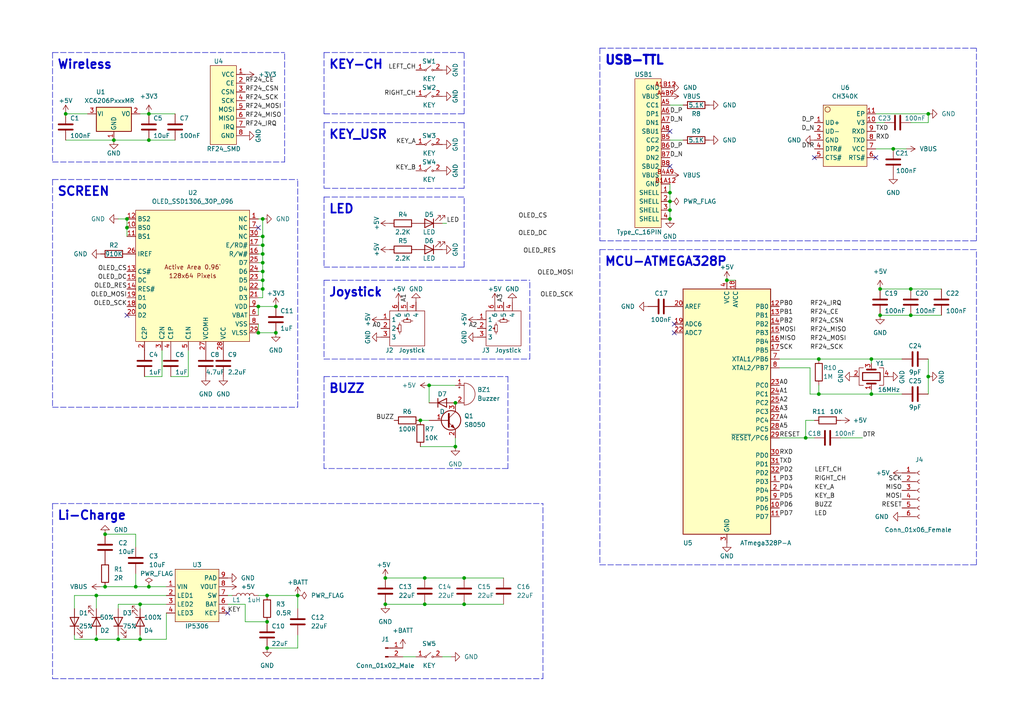
<source format=kicad_sch>
(kicad_sch (version 20211123) (generator eeschema)
  (paper "A4")
  (junction (at 76.2 68.58))
  (junction (at 269.24 109.22))
  (junction (at 264.16 91.44))
  (junction (at 74.93 88.9))
  (junction (at 123.19 167.64))
  (junction (at 76.2 73.66))
  (junction (at 36.83 66.04))
  (junction (at 123.19 175.26))
  (junction (at 194.31 63.5))
  (junction (at 237.49 104.14))
  (junction (at 121.92 121.92))
  (junction (at 76.2 76.2))
  (junction (at 134.62 175.26))
  (junction (at 237.49 114.3))
  (junction (at 132.08 129.54))
  (junction (at 76.2 71.12))
  (junction (at 40.64 175.26))
  (junction (at 210.82 81.28))
  (junction (at 34.29 185.42))
  (junction (at 194.31 55.88))
  (junction (at 43.18 170.18))
  (junction (at 39.37 170.18))
  (junction (at 30.48 154.94))
  (junction (at 43.18 33.02))
  (junction (at 77.47 180.34))
  (junction (at 124.46 111.76))
  (junction (at 76.2 78.74))
  (junction (at 33.02 40.64))
  (junction (at 252.73 114.3))
  (junction (at 36.83 63.5))
  (junction (at 27.94 185.42))
  (junction (at 255.27 91.44))
  (junction (at 27.94 172.72))
  (junction (at 77.47 172.72))
  (junction (at 132.08 116.84))
  (junction (at 259.08 43.18))
  (junction (at 134.62 167.64))
  (junction (at 76.2 81.28))
  (junction (at 30.48 170.18))
  (junction (at 43.18 40.64))
  (junction (at 77.47 187.96))
  (junction (at 269.24 33.02))
  (junction (at 252.73 104.14))
  (junction (at 264.16 83.82))
  (junction (at 80.01 88.9))
  (junction (at 40.64 185.42))
  (junction (at 74.93 96.52))
  (junction (at 111.76 167.64))
  (junction (at 233.68 127))
  (junction (at 194.31 58.42))
  (junction (at 76.2 63.5))
  (junction (at 111.76 175.26))
  (junction (at 86.36 172.72))
  (junction (at 76.2 83.82))
  (junction (at 19.05 33.02))
  (junction (at 194.31 60.96))
  (junction (at 255.27 83.82))
  (junction (at 80.01 96.52))
  (no_connect (at 194.31 38.1))
  (no_connect (at 36.83 91.44))
  (no_connect (at 74.93 66.04))
  (no_connect (at 66.04 177.8))
  (no_connect (at 194.31 48.26))
  (no_connect (at 254 45.72))
  (no_connect (at 236.22 45.72))
  (no_connect (at 195.58 93.98))
  (no_connect (at 195.58 96.52))
  (wire (pts (xy 264.16 91.44) (xy 273.05 91.44)))
  (wire (pts (xy 48.26 172.72) (xy 27.94 172.72)))
  (wire (pts (xy 33.02 40.64) (xy 43.18 40.64)))
  (wire (pts (xy 43.18 170.18) (xy 48.26 170.18)))
  (polyline (pts (xy 134.62 33.02) (xy 134.62 15.24)))
  (wire (pts (xy 74.93 63.5) (xy 76.2 63.5)))
  (wire (pts (xy 76.2 83.82) (xy 76.2 86.36)))
  (wire (pts (xy 30.48 170.18) (xy 39.37 170.18)))
  (wire (pts (xy 71.12 180.34) (xy 77.47 180.34)))
  (wire (pts (xy 76.2 73.66) (xy 74.93 73.66)))
  (polyline (pts (xy 173.99 13.97) (xy 173.99 69.85)))
  (wire (pts (xy 130.81 190.5) (xy 128.27 190.5)))
  (wire (pts (xy 269.24 35.56) (xy 269.24 33.02)))
  (wire (pts (xy 123.19 167.64) (xy 134.62 167.64)))
  (wire (pts (xy 66.04 175.26) (xy 71.12 175.26)))
  (wire (pts (xy 76.2 73.66) (xy 76.2 76.2)))
  (wire (pts (xy 269.24 109.22) (xy 269.24 114.3)))
  (wire (pts (xy 233.68 121.92) (xy 233.68 127)))
  (wire (pts (xy 39.37 154.94) (xy 39.37 158.75)))
  (polyline (pts (xy 15.24 15.24) (xy 82.55 15.24)))
  (polyline (pts (xy 93.98 57.15) (xy 93.98 77.47)))
  (wire (pts (xy 76.2 76.2) (xy 74.93 76.2)))
  (wire (pts (xy 234.95 106.68) (xy 234.95 114.3)))
  (wire (pts (xy 40.64 33.02) (xy 43.18 33.02)))
  (polyline (pts (xy 93.98 77.47) (xy 134.62 77.47)))
  (wire (pts (xy 21.59 185.42) (xy 21.59 184.15)))
  (wire (pts (xy 134.62 175.26) (xy 146.05 175.26)))
  (wire (pts (xy 74.93 93.98) (xy 74.93 96.52)))
  (wire (pts (xy 233.68 127) (xy 236.22 127)))
  (wire (pts (xy 252.73 114.3) (xy 252.73 113.03)))
  (wire (pts (xy 76.2 63.5) (xy 76.2 68.58)))
  (wire (pts (xy 40.64 185.42) (xy 40.64 184.15)))
  (wire (pts (xy 120.65 190.5) (xy 116.84 190.5)))
  (wire (pts (xy 39.37 170.18) (xy 43.18 170.18)))
  (wire (pts (xy 123.19 175.26) (xy 134.62 175.26)))
  (wire (pts (xy 86.36 187.96) (xy 77.47 187.96)))
  (wire (pts (xy 33.02 40.64) (xy 19.05 40.64)))
  (polyline (pts (xy 93.98 35.56) (xy 134.62 35.56)))
  (polyline (pts (xy 15.24 146.05) (xy 157.48 146.05)))
  (wire (pts (xy 259.08 43.18) (xy 254 43.18)))
  (wire (pts (xy 76.2 71.12) (xy 76.2 73.66)))
  (wire (pts (xy 254 35.56) (xy 256.54 35.56)))
  (wire (pts (xy 40.64 175.26) (xy 40.64 176.53)))
  (wire (pts (xy 226.06 104.14) (xy 237.49 104.14)))
  (polyline (pts (xy 147.32 135.89) (xy 93.98 135.89)))
  (wire (pts (xy 21.59 172.72) (xy 27.94 172.72)))
  (wire (pts (xy 40.64 175.26) (xy 34.29 175.26)))
  (polyline (pts (xy 173.99 72.39) (xy 173.99 163.83)))
  (wire (pts (xy 76.2 78.74) (xy 74.93 78.74)))
  (polyline (pts (xy 15.24 15.24) (xy 15.24 46.99)))
  (polyline (pts (xy 153.67 104.14) (xy 153.67 81.28)))
  (wire (pts (xy 71.12 180.34) (xy 71.12 175.26)))
  (wire (pts (xy 124.46 111.76) (xy 132.08 111.76)))
  (wire (pts (xy 74.93 88.9) (xy 80.01 88.9)))
  (polyline (pts (xy 283.21 69.85) (xy 283.21 13.97)))
  (wire (pts (xy 76.2 76.2) (xy 76.2 78.74)))
  (polyline (pts (xy 134.62 54.61) (xy 93.98 54.61)))
  (wire (pts (xy 194.31 60.96) (xy 194.31 63.5)))
  (wire (pts (xy 34.29 185.42) (xy 40.64 185.42)))
  (wire (pts (xy 34.29 175.26) (xy 34.29 176.53)))
  (wire (pts (xy 111.76 167.64) (xy 123.19 167.64)))
  (wire (pts (xy 234.95 114.3) (xy 237.49 114.3)))
  (polyline (pts (xy 93.98 57.15) (xy 134.62 57.15)))
  (wire (pts (xy 255.27 83.82) (xy 264.16 83.82)))
  (wire (pts (xy 264.16 35.56) (xy 269.24 35.56)))
  (wire (pts (xy 226.06 106.68) (xy 234.95 106.68)))
  (polyline (pts (xy 93.98 33.02) (xy 134.62 33.02)))
  (wire (pts (xy 86.36 172.72) (xy 86.36 176.53)))
  (wire (pts (xy 198.12 30.48) (xy 194.31 30.48)))
  (wire (pts (xy 76.2 68.58) (xy 76.2 71.12)))
  (wire (pts (xy 36.83 63.5) (xy 36.83 66.04)))
  (polyline (pts (xy 93.98 104.14) (xy 153.67 104.14)))
  (wire (pts (xy 76.2 71.12) (xy 74.93 71.12)))
  (wire (pts (xy 111.76 175.26) (xy 123.19 175.26)))
  (wire (pts (xy 194.31 53.34) (xy 194.31 55.88)))
  (polyline (pts (xy 93.98 15.24) (xy 134.62 15.24)))
  (polyline (pts (xy 15.24 118.11) (xy 86.36 118.11)))
  (wire (pts (xy 76.2 81.28) (xy 74.93 81.28)))
  (wire (pts (xy 49.53 109.22) (xy 54.61 109.22)))
  (wire (pts (xy 30.48 154.94) (xy 39.37 154.94)))
  (wire (pts (xy 132.08 127) (xy 132.08 129.54)))
  (wire (pts (xy 237.49 111.76) (xy 237.49 114.3)))
  (wire (pts (xy 264.16 83.82) (xy 273.05 83.82)))
  (polyline (pts (xy 173.99 72.39) (xy 283.21 72.39)))
  (wire (pts (xy 237.49 114.3) (xy 252.73 114.3)))
  (wire (pts (xy 76.2 81.28) (xy 76.2 83.82)))
  (polyline (pts (xy 173.99 69.85) (xy 283.21 69.85)))
  (polyline (pts (xy 134.62 77.47) (xy 134.62 57.15)))
  (polyline (pts (xy 93.98 15.24) (xy 93.98 33.02)))
  (wire (pts (xy 48.26 175.26) (xy 40.64 175.26)))
  (wire (pts (xy 21.59 176.53) (xy 21.59 172.72)))
  (polyline (pts (xy 15.24 46.99) (xy 82.55 46.99)))
  (wire (pts (xy 198.12 40.64) (xy 194.31 40.64)))
  (polyline (pts (xy 93.98 109.22) (xy 93.98 135.89)))
  (wire (pts (xy 67.31 172.72) (xy 66.04 172.72)))
  (polyline (pts (xy 173.99 13.97) (xy 283.21 13.97)))
  (wire (pts (xy 43.18 33.02) (xy 50.8 33.02)))
  (wire (pts (xy 39.37 166.37) (xy 39.37 170.18)))
  (wire (pts (xy 226.06 127) (xy 233.68 127)))
  (wire (pts (xy 77.47 172.72) (xy 86.36 172.72)))
  (polyline (pts (xy 173.99 163.83) (xy 283.21 163.83)))
  (polyline (pts (xy 93.98 81.28) (xy 153.67 81.28)))
  (polyline (pts (xy 134.62 35.56) (xy 134.62 54.61)))
  (wire (pts (xy 36.83 66.04) (xy 36.83 68.58)))
  (wire (pts (xy 237.49 104.14) (xy 252.73 104.14)))
  (wire (pts (xy 34.29 63.5) (xy 36.83 63.5)))
  (wire (pts (xy 19.05 33.02) (xy 25.4 33.02)))
  (wire (pts (xy 76.2 78.74) (xy 76.2 81.28)))
  (wire (pts (xy 76.2 83.82) (xy 74.93 83.82)))
  (wire (pts (xy 194.31 58.42) (xy 194.31 60.96)))
  (polyline (pts (xy 82.55 46.99) (xy 82.55 15.24)))
  (wire (pts (xy 76.2 68.58) (xy 74.93 68.58)))
  (polyline (pts (xy 93.98 81.28) (xy 93.98 104.14)))
  (wire (pts (xy 21.59 185.42) (xy 27.94 185.42)))
  (wire (pts (xy 43.18 40.64) (xy 50.8 40.64)))
  (polyline (pts (xy 147.32 109.22) (xy 147.32 135.89)))
  (wire (pts (xy 40.64 185.42) (xy 48.26 185.42)))
  (wire (pts (xy 74.93 172.72) (xy 77.47 172.72)))
  (polyline (pts (xy 93.98 35.56) (xy 93.98 54.61)))
  (wire (pts (xy 261.62 104.14) (xy 252.73 104.14)))
  (polyline (pts (xy 15.24 52.07) (xy 86.36 52.07)))
  (wire (pts (xy 269.24 104.14) (xy 269.24 109.22)))
  (wire (pts (xy 76.2 86.36) (xy 74.93 86.36)))
  (wire (pts (xy 121.92 129.54) (xy 132.08 129.54)))
  (polyline (pts (xy 86.36 118.11) (xy 86.36 52.07)))
  (wire (pts (xy 27.94 185.42) (xy 34.29 185.42)))
  (wire (pts (xy 252.73 104.14) (xy 252.73 105.41)))
  (wire (pts (xy 29.21 170.18) (xy 30.48 170.18)))
  (wire (pts (xy 34.29 185.42) (xy 34.29 184.15)))
  (wire (pts (xy 27.94 172.72) (xy 27.94 176.53)))
  (wire (pts (xy 121.92 121.92) (xy 124.46 121.92)))
  (wire (pts (xy 41.91 109.22) (xy 46.99 109.22)))
  (wire (pts (xy 255.27 91.44) (xy 264.16 91.44)))
  (wire (pts (xy 54.61 109.22) (xy 54.61 101.6)))
  (wire (pts (xy 269.24 33.02) (xy 254 33.02)))
  (wire (pts (xy 243.84 127) (xy 250.19 127)))
  (wire (pts (xy 74.93 96.52) (xy 80.01 96.52)))
  (wire (pts (xy 86.36 184.15) (xy 86.36 187.96)))
  (polyline (pts (xy 15.24 52.07) (xy 15.24 118.11)))
  (wire (pts (xy 46.99 109.22) (xy 46.99 101.6)))
  (polyline (pts (xy 15.24 146.05) (xy 15.24 196.85)))
  (wire (pts (xy 134.62 167.64) (xy 146.05 167.64)))
  (wire (pts (xy 27.94 185.42) (xy 27.94 184.15)))
  (wire (pts (xy 236.22 121.92) (xy 233.68 121.92)))
  (polyline (pts (xy 283.21 163.83) (xy 283.21 72.39)))
  (wire (pts (xy 210.82 81.28) (xy 213.36 81.28)))
  (wire (pts (xy 124.46 111.76) (xy 124.46 116.84)))
  (polyline (pts (xy 15.24 196.85) (xy 157.48 196.85)))
  (polyline (pts (xy 93.98 109.22) (xy 147.32 109.22)))
  (wire (pts (xy 261.62 114.3) (xy 252.73 114.3)))
  (wire (pts (xy 48.26 185.42) (xy 48.26 177.8)))
  (wire (pts (xy 194.31 55.88) (xy 194.31 58.42)))
  (wire (pts (xy 262.89 43.18) (xy 259.08 43.18)))
  (wire (pts (xy 74.93 91.44) (xy 74.93 88.9)))
  (wire (pts (xy 129.54 64.77) (xy 128.27 64.77)))
  (polyline (pts (xy 157.48 196.85) (xy 157.48 146.05)))
  (text "MCU-ATMEGA328P" (at 175.26 77.47 0) (effects (font (size 2.54 2.54) (thickness 0.508) bold) (justify left bottom)))
  (text "USB-TTL" (at 175.26 19.05 0) (effects (font (size 2.54 2.54) (thickness 5.08) bold) (justify left bottom)))
  (text "Joystick" (at 95.25 86.36 0) (effects (font (size 2.54 2.54) (thickness 0.508) bold) (justify left bottom)))
  (text "Li-Charge" (at 16.51 151.13 0) (effects (font (size 2.54 2.54) (thickness 0.508) bold) (justify left bottom)))
  (text "KEY_USR" (at 95.25 40.64 0) (effects (font (size 2.54 2.54) (thickness 0.508) bold) (justify left bottom)))
  (text "KEY-CH" (at 95.25 20.32 0) (effects (font (size 2.54 2.54) (thickness 0.508) bold) (justify left bottom)))
  (text "LED" (at 95.25 62.23 0) (effects (font (size 2.54 2.54) (thickness 0.508) bold) (justify left bottom)))
  (text "SCREEN" (at 16.51 57.15 0) (effects (font (size 2.54 2.54) (thickness 0.508) bold) (justify left bottom)))
  (text "BUZZ" (at 95.25 114.3 0) (effects (font (size 2.54 2.54) (thickness 0.508) bold) (justify left bottom)))
  (text "Wireless" (at 16.51 20.32 0) (effects (font (size 2.54 2.54) (thickness 0.508) bold) (justify left bottom)))
  (label "OLED_DC" (at 158.75 68.58 180))
  (label "D_P" (at 194.31 43.18 0))
  (label "RESET" (at 261.62 147.32 180))
  (label "D_P" (at 194.31 33.02 0))
  (label "TXD" (at 226.06 134.62 0))
  (label "A3" (at 226.06 119.38 0))
  (label "A0" (at 226.06 111.76 0))
  (label "OLED_MOSI" (at 166.37 80.01 180))
  (label "LEFT_CH" (at 120.65 20.32 180))
  (label "PD6" (at 226.06 147.32 0))
  (label "RF24_IRQ" (at 71.12 36.83 0))
  (label "PB0" (at 226.06 88.9 0))
  (label "OLED_RES" (at 36.83 83.82 180))
  (label "TXD" (at 254 38.1 0))
  (label "BUZZ" (at 114.3 121.92 180))
  (label "OLED_CS" (at 158.75 63.5 180))
  (label "OLED_MOSI" (at 36.83 86.36 180))
  (label "D_N" (at 194.31 35.56 0))
  (label "PD5" (at 226.06 144.78 0))
  (label "RIGHT_CH" (at 236.22 139.7 0))
  (label "A1" (at 226.06 114.3 0))
  (label "RF24_IRQ" (at 234.95 88.9 0))
  (label "PD3" (at 226.06 139.7 0))
  (label "RF24_MISO" (at 71.12 34.29 0))
  (label "RESET" (at 226.06 127 0))
  (label "KEY_A" (at 236.22 142.24 0))
  (label "RF24_MOSI" (at 71.12 31.75 0))
  (label "MISO" (at 226.06 99.06 0))
  (label "OLED_SCK" (at 36.83 88.9 180))
  (label "SCK" (at 226.06 101.6 0))
  (label "RF24_SCK" (at 71.12 29.21 0))
  (label "RF24_CE" (at 71.12 24.13 0))
  (label "A1" (at 118.11 87.63 90))
  (label "A0" (at 110.49 95.25 180))
  (label "RF24_CSN" (at 234.95 93.98 0))
  (label "DTR" (at 236.22 43.18 180))
  (label "OLED_RES" (at 161.29 73.66 180))
  (label "MISO" (at 261.62 142.24 180))
  (label "OLED_SCK" (at 166.37 86.36 180))
  (label "D_N" (at 194.31 45.72 0))
  (label "A2" (at 138.43 95.25 180))
  (label "KEY" (at 66.04 177.8 0))
  (label "KEY_B" (at 236.22 144.78 0))
  (label "LEFT_CH" (at 236.22 137.16 0))
  (label "D_P" (at 236.22 35.56 180))
  (label "BUZZ" (at 236.22 147.32 0))
  (label "RXD" (at 254 40.64 0))
  (label "PD7" (at 226.06 149.86 0))
  (label "A3" (at 146.05 87.63 90))
  (label "DTR" (at 250.19 127 0))
  (label "RF24_MOSI" (at 234.95 99.06 0))
  (label "D_N" (at 236.22 38.1 180))
  (label "A2" (at 226.06 116.84 0))
  (label "RF24_CSN" (at 71.12 26.67 0))
  (label "SCK" (at 261.62 139.7 180))
  (label "A4" (at 226.06 121.92 0))
  (label "RIGHT_CH" (at 120.65 27.94 180))
  (label "RXD" (at 226.06 132.08 0))
  (label "MOSI" (at 261.62 144.78 180))
  (label "OLED_DC" (at 36.83 81.28 180))
  (label "KEY_B" (at 120.65 49.53 180))
  (label "KEY_A" (at 120.65 41.91 180))
  (label "PB2" (at 226.06 93.98 0))
  (label "RF24_CE" (at 234.95 91.44 0))
  (label "RF24_SCK" (at 234.95 101.6 0))
  (label "PB1" (at 226.06 91.44 0))
  (label "LED" (at 129.54 64.77 0))
  (label "A5" (at 226.06 124.46 0))
  (label "RF24_MISO" (at 234.95 96.52 0))
  (label "PD4" (at 226.06 142.24 0))
  (label "PD2" (at 226.06 137.16 0))
  (label "LED" (at 236.22 149.86 0))
  (label "OLED_CS" (at 36.83 78.74 180))
  (label "MOSI" (at 226.06 96.52 0))
  (symbol (lib_id "Del_Schlib:KEY") (at 123.19 49.53 0) (unit 1)
    (property "Reference" "SW4" (at 124.46 46.99 0))
    (property "Value" "KEY" (at 124.46 52.07 0))
    (property "Footprint" "ADel:BUTTON_SWITCH_4x4" (effects hide))
  )
  (symbol (lib_id "power:GND") (at 269.24 33.02 90) (unit 1)
    (property "Reference" "#PWR059" (effects hide))
    (property "Value" "GND" (at 273.05 33.02 90) (effects (justify right)))
  )
  (symbol (lib_id "Device:D") (at 128.27 116.84 0) (unit 1)
    (property "Reference" "D7" (at 128.27 114.3 0))
    (property "Value" "D" (at 128.27 119.38 0))
    (property "Footprint" "Diode_SMD:D_SOD-123" (effects hide))
  )
  (symbol (lib_id "power:GND") (at 269.24 109.22 90) (unit 1)
    (property "Reference" "#PWR060" (effects hide))
    (property "Value" "GND" (at 273.05 107.315 0) (effects (justify right)))
  )
  (symbol (lib_id "power:+5V") (at 110.49 92.71 90) (unit 1)
    (property "Reference" "#PWR019" (effects hide))
    (property "Value" "+5V" (at 106.68 92.71 0))
  )
  (symbol (lib_id "power:PWR_FLAG") (at 43.18 170.18 0) (unit 1)
    (property "Reference" "#FLG01" (effects hide))
    (property "Value" "PWR_FLAG" (at 40.64 166.37 0) (effects (justify left)))
  )
  (symbol (lib_id "power:GND") (at 128.27 27.94 90) (unit 1)
    (property "Reference" "#PWR030" (effects hide))
    (property "Value" "GND" (at 132.08 27.94 0))
  )
  (symbol (lib_id "Device:LED") (at 40.64 180.34 270) (unit 1)
    (property "Reference" "D4" (at 44.45 182.88 90) (effects (justify right)))
    (property "Value" "100%" (at 46.99 179.07 90) (effects (justify right)))
    (property "Footprint" "LED_SMD:LED_0603_1608Metric_Pad1.05x0.95mm_HandSolder" (effects hide))
  )
  (symbol (lib_id "Del_Schlib:KEY") (at 123.19 190.5 0) (unit 1)
    (property "Reference" "SW5" (at 124.46 186.69 0))
    (property "Value" "KEY" (at 124.46 193.04 0))
    (property "Footprint" "ADel:SELFLOCK_SWITCH" (effects hide))
  )
  (symbol (lib_id "power:PWR_FLAG") (at 86.36 172.72 270) (unit 1)
    (property "Reference" "#FLG02" (effects hide))
    (property "Value" "PWR_FLAG" (at 90.17 172.7199 90) (effects (justify left)))
  )
  (symbol (lib_id "power:PWR_FLAG") (at 194.31 58.42 270) (unit 1)
    (property "Reference" "#FLG03" (effects hide))
    (property "Value" "PWR_FLAG" (at 198.12 58.4199 90) (effects (justify left)))
  )
  (symbol (lib_id "power:GND") (at 110.49 97.79 270) (unit 1)
    (property "Reference" "#PWR020" (effects hide))
    (property "Value" "GND" (at 106.68 97.79 0))
  )
  (symbol (lib_id "power:GND") (at 194.31 25.4 90) (unit 1)
    (property "Reference" "#PWR041" (effects hide))
    (property "Value" "GND" (at 198.12 25.3999 90) (effects (justify right)))
  )
  (symbol (lib_id "power:GND") (at 148.59 87.63 180) (unit 1)
    (property "Reference" "#PWR039" (effects hide))
    (property "Value" "GND" (at 148.59 83.82 0))
  )
  (symbol (lib_id "Device:C") (at 39.37 162.56 0) (unit 1)
    (property "Reference" "C3" (at 43.18 161.2899 0) (effects (justify left)))
    (property "Value" "10uF" (at 43.18 163.8299 0) (effects (justify left)))
    (property "Footprint" "Capacitor_SMD:C_0603_1608Metric_Pad1.08x0.95mm_HandSolder" (effects hide))
  )
  (symbol (lib_id "power:GND") (at 34.29 63.5 270) (unit 1)
    (property "Reference" "#PWR06" (effects hide))
    (property "Value" "GND" (at 30.48 63.4999 90) (effects (justify right)))
  )
  (symbol (lib_id "power:GND") (at 205.74 30.48 90) (unit 1)
    (property "Reference" "#PWR045" (effects hide))
    (property "Value" "GND" (at 209.55 30.4799 90) (effects (justify right)))
  )
  (symbol (lib_id "power:+5V") (at 255.27 83.82 0) (unit 1)
    (property "Reference" "#PWR050" (effects hide))
    (property "Value" "+5V" (at 255.27 78.74 0))
  )
  (symbol (lib_id "power:GND") (at 255.27 91.44 0) (unit 1)
    (property "Reference" "#PWR051" (effects hide))
    (property "Value" "GND" (at 255.27 96.52 0))
  )
  (symbol (lib_id "MCU_Microchip_ATmega:ATmega328P-A") (at 210.82 119.38 0) (unit 1)
    (property "Reference" "U5" (at 198.12 157.48 0) (effects (justify left)))
    (property "Value" "ATmega328P-A" (at 214.63 157.48 0) (effects (justify left)))
    (property "Footprint" "Package_QFP:TQFP-32_7x7mm_P0.8mm" (effects hide))
    (property "Datasheet" "http://ww1.microchip.com/downloads/en/DeviceDoc/ATmega328_P%20AVR%20MCU%20with%20picoPower%20Technology%20Data%20Sheet%2040001984A.pdf" (effects hide))
  )
  (symbol (lib_id "power:GND") (at 33.02 40.64 0) (unit 1)
    (property "Reference" "#PWR05" (effects hide))
    (property "Value" "GND" (at 33.02 44.45 0))
  )
  (symbol (lib_id "Device:C") (at 77.47 184.15 0) (unit 1)
    (property "Reference" "C10" (at 78.74 181.61 0) (effects (justify left)))
    (property "Value" "22uF" (at 78.74 186.69 0) (effects (justify left)))
    (property "Footprint" "Capacitor_SMD:C_1206_3216Metric" (effects hide))
  )
  (symbol (lib_id "Device:C") (at 30.48 158.75 0) (unit 1)
    (property "Reference" "C2" (at 34.29 157.4799 0) (effects (justify left)))
    (property "Value" "10uF" (at 34.29 160.0199 0) (effects (justify left)))
    (property "Footprint" "Capacitor_SMD:C_0603_1608Metric_Pad1.08x0.95mm_HandSolder" (effects hide))
  )
  (symbol (lib_id "power:+BATT") (at 86.36 172.72 0) (unit 1)
    (property "Reference" "#PWR018" (effects hide))
    (property "Value" "+BATT" (at 86.36 168.91 0))
  )
  (symbol (lib_id "power:GND") (at 111.76 175.26 0) (unit 1)
    (property "Reference" "#PWR022" (effects hide))
    (property "Value" "GND" (at 111.76 180.34 0))
  )
  (symbol (lib_id "Device:R") (at 121.92 125.73 180) (unit 1)
    (property "Reference" "R7" (at 123.19 124.46 0) (effects (justify right)))
    (property "Value" "10K" (at 123.19 127 0) (effects (justify right)))
    (property "Footprint" "Resistor_SMD:R_0603_1608Metric_Pad0.98x0.95mm_HandSolder" (effects hide))
  )
  (symbol (lib_id "power:VBUS") (at 29.21 170.18 90) (unit 1)
    (property "Reference" "#PWR03" (effects hide))
    (property "Value" "VBUS" (at 25.4 170.18 90) (effects (justify left)))
  )
  (symbol (lib_id "power:GND") (at 128.27 72.39 90) (unit 1)
    (property "Reference" "#PWR033" (effects hide))
    (property "Value" "GND" (at 132.08 72.39 0))
  )
  (symbol (lib_id "Device:LED") (at 21.59 180.34 90) (unit 1)
    (property "Reference" "D1" (at 22.86 177.8 90) (effects (justify right)))
    (property "Value" "25%" (at 22.86 181.61 90) (effects (justify right)))
    (property "Footprint" "LED_SMD:LED_0603_1608Metric_Pad1.05x0.95mm_HandSolder" (effects hide))
  )
  (symbol (lib_id "power:GND") (at 128.27 41.91 90) (unit 1)
    (property "Reference" "#PWR031" (effects hide))
    (property "Value" "GND" (at 132.08 41.91 0))
  )
  (symbol (lib_id "Device:C") (at 134.62 171.45 0) (unit 1)
    (property "Reference" "C15" (at 138.43 170.1799 0) (effects (justify left)))
    (property "Value" "22uF" (at 138.43 172.7199 0) (effects (justify left)))
    (property "Footprint" "Capacitor_SMD:C_1206_3216Metric" (effects hide))
  )
  (symbol (lib_id "power:GND") (at 128.27 49.53 90) (unit 1)
    (property "Reference" "#PWR032" (effects hide))
    (property "Value" "GND" (at 132.08 49.53 0))
  )
  (symbol (lib_id "power:+5V") (at 111.76 167.64 0) (unit 1)
    (property "Reference" "#PWR021" (effects hide))
    (property "Value" "+5V" (at 109.22 163.83 0) (effects (justify left)))
  )
  (symbol (lib_id "power:GND") (at 29.21 73.66 270) (unit 1)
    (property "Reference" "#PWR02" (effects hide))
    (property "Value" "GND" (at 25.4 73.6599 90) (effects (justify right)))
  )
  (symbol (lib_id "power:GND") (at 205.74 40.64 90) (unit 1)
    (property "Reference" "#PWR046" (effects hide))
    (property "Value" "GND" (at 209.55 40.6399 90) (effects (justify right)))
  )
  (symbol (lib_id "power:+3.3V") (at 80.01 88.9 0) (unit 1)
    (property "Reference" "#PWR0101" (effects hide))
    (property "Value" "+3.3V" (at 80.01 85.09 0))
  )
  (symbol (lib_id "power:+5V") (at 143.51 87.63 0) (unit 1)
    (property "Reference" "#PWR038" (effects hide))
    (property "Value" "+5V" (at 143.51 83.82 0))
  )
  (symbol (lib_id "Device:R") (at 116.84 72.39 90) (unit 1)
    (property "Reference" "R5" (at 116.84 69.85 90))
    (property "Value" "2.2K" (at 116.84 74.93 90))
    (property "Footprint" "Resistor_SMD:R_0603_1608Metric_Pad0.98x0.95mm_HandSolder" (effects hide))
  )
  (symbol (lib_id "Del_Schlib:Joystick") (at 113.03 90.17 0) (unit 1)
    (property "Reference" "J2" (at 111.76 101.6 0) (effects (justify left)))
    (property "Value" "Joystick" (at 115.57 101.6 0) (effects (justify left)))
    (property "Footprint" "Del:PSP_JOYSTICK" (effects hide))
  )
  (symbol (lib_id "Device:C") (at 64.77 105.41 180) (unit 1)
    (property "Reference" "C9" (at 66.04 102.87 0) (effects (justify right)))
    (property "Value" "2.2uF" (at 66.04 107.95 0) (effects (justify right)))
    (property "Footprint" "Capacitor_SMD:C_0603_1608Metric_Pad1.08x0.95mm_HandSolder" (effects hide))
  )
  (symbol (lib_id "Device:C") (at 59.69 105.41 180) (unit 1)
    (property "Reference" "C8" (at 60.96 102.87 0) (effects (justify right)))
    (property "Value" "4.7uF" (at 59.69 107.95 0) (effects (justify right)))
    (property "Footprint" "Capacitor_SMD:C_0603_1608Metric_Pad1.08x0.95mm_HandSolder" (effects hide))
  )
  (symbol (lib_id "power:+5V") (at 113.03 64.77 90) (unit 1)
    (property "Reference" "#PWR023" (effects hide))
    (property "Value" "+5V" (at 109.22 64.77 0))
  )
  (symbol (lib_id "Device:R") (at 240.03 121.92 90) (unit 1)
    (property "Reference" "R11" (at 237.49 119.38 90))
    (property "Value" "10K" (at 242.57 119.38 90))
    (property "Footprint" "Resistor_SMD:R_0603_1608Metric_Pad0.98x0.95mm_HandSolder" (effects hide))
  )
  (symbol (lib_id "power:GND") (at 120.65 87.63 180) (unit 1)
    (property "Reference" "#PWR027" (effects hide))
    (property "Value" "GND" (at 120.65 83.82 0))
  )
  (symbol (lib_id "power:VBUS") (at 262.89 43.18 270) (unit 1)
    (property "Reference" "#PWR058" (effects hide))
    (property "Value" "VBUS" (at 266.7 43.18 90) (effects (justify left)))
  )
  (symbol (lib_id "Device:C") (at 191.77 88.9 90) (unit 1)
    (property "Reference" "C17" (at 191.77 85.09 90))
    (property "Value" "100nF" (at 191.77 92.71 90))
    (property "Footprint" "Capacitor_SMD:C_0603_1608Metric_Pad1.08x0.95mm_HandSolder" (effects hide))
  )
  (symbol (lib_id "power:GND") (at 80.01 96.52 0) (unit 1)
    (property "Reference" "#PWR017" (effects hide))
    (property "Value" "GND" (at 80.01 101.6 0))
  )
  (symbol (lib_id "power:VBUS") (at 194.31 50.8 270) (unit 1)
    (property "Reference" "#PWR043" (effects hide))
    (property "Value" "VBUS" (at 198.12 50.7999 90) (effects (justify left)))
  )
  (symbol (lib_id "power:GND") (at 132.08 129.54 0) (unit 1)
    (property "Reference" "#PWR035" (effects hide))
    (property "Value" "GND" (at 132.08 134.62 0))
  )
  (symbol (lib_id "Device:Q_NPN_BEC") (at 129.54 121.92 0) (unit 1)
    (property "Reference" "Q1" (at 134.62 120.6499 0) (effects (justify left)))
    (property "Value" "S8050" (at 134.62 123.1899 0) (effects (justify left)))
    (property "Footprint" "Package_TO_SOT_SMD:SOT-23" (effects hide))
  )
  (symbol (lib_id "power:+5V") (at 124.46 111.76 90) (unit 1)
    (property "Reference" "#PWR028" (effects hide))
    (property "Value" "+5V" (at 120.65 111.7599 90) (effects (justify left)))
  )
  (symbol (lib_id "Device:LED") (at 34.29 180.34 90) (unit 1)
    (property "Reference" "D3" (at 35.56 177.8 90) (effects (justify right)))
    (property "Value" "75%" (at 35.56 181.61 90) (effects (justify right)))
    (property "Footprint" "LED_SMD:LED_0603_1608Metric_Pad1.05x0.95mm_HandSolder" (effects hide))
  )
  (symbol (lib_id "Device:C") (at 86.36 180.34 0) (unit 1)
    (property "Reference" "C12" (at 90.17 179.0699 0) (effects (justify left)))
    (property "Value" "22uF" (at 90.17 181.6099 0) (effects (justify left)))
    (property "Footprint" "Capacitor_SMD:C_1206_3216Metric" (effects hide))
  )
  (symbol (lib_id "power:+5V") (at 19.05 33.02 0) (unit 1)
    (property "Reference" "#PWR01" (effects hide))
    (property "Value" "+5V" (at 19.05 29.21 0))
  )
  (symbol (lib_id "power:GND") (at 187.96 88.9 270) (unit 1)
    (property "Reference" "#PWR040" (effects hide))
    (property "Value" "GND" (at 184.15 88.8999 90) (effects (justify right)))
  )
  (symbol (lib_id "power:GND") (at 257.81 109.22 90) (unit 1)
    (property "Reference" "#PWR054" (effects hide))
    (property "Value" "GND" (at 261.62 107.315 0) (effects (justify right)))
  )
  (symbol (lib_id "Device:C") (at 255.27 87.63 0) (unit 1)
    (property "Reference" "C19" (at 256.54 85.09 0) (effects (justify left)))
    (property "Value" "100nF" (at 256.54 90.17 0) (effects (justify left)))
    (property "Footprint" "Capacitor_SMD:C_0603_1608Metric_Pad1.08x0.95mm_HandSolder" (effects hide))
  )
  (symbol (lib_id "Device:C") (at 123.19 171.45 0) (unit 1)
    (property "Reference" "C14" (at 127 170.1799 0) (effects (justify left)))
    (property "Value" "22uF" (at 127 172.7199 0) (effects (justify left)))
    (property "Footprint" "Capacitor_SMD:C_1206_3216Metric" (effects hide))
  )
  (symbol (lib_id "Device:LED") (at 124.46 64.77 180) (unit 1)
    (property "Reference" "D5" (at 124.46 62.23 0))
    (property "Value" "LED" (at 124.46 67.31 0))
    (property "Footprint" "LED_SMD:LED_0603_1608Metric_Pad1.05x0.95mm_HandSolder" (effects hide))
  )
  (symbol (lib_id "power:GND") (at 247.65 109.22 270) (unit 1)
    (property "Reference" "#PWR053" (effects hide))
    (property "Value" "GND" (at 243.84 111.125 0) (effects (justify right)))
  )
  (symbol (lib_id "Del_Schlib:Type_C_16PIN") (at 184.15 22.86 0) (unit 1)
    (property "Reference" "USB1" (at 186.69 21.59 0))
    (property "Value" "Type_C_16PIN" (at 185.42 67.31 0))
    (property "Footprint" "Del:TYPE-C-16PIN_SMD" (effects hide))
  )
  (symbol (lib_id "power:+BATT") (at 116.84 187.96 0) (unit 1)
    (property "Reference" "#PWR026" (effects hide))
    (property "Value" "+BATT" (at 116.84 182.88 0))
  )
  (symbol (lib_id "Device:C") (at 49.53 105.41 180) (unit 1)
    (property "Reference" "C6" (at 50.8 102.87 0) (effects (justify right)))
    (property "Value" "1uF" (at 50.8 107.95 0) (effects (justify right)))
    (property "Footprint" "Capacitor_SMD:C_0603_1608Metric_Pad1.08x0.95mm_HandSolder" (effects hide))
  )
  (symbol (lib_id "Device:C") (at 264.16 87.63 0) (unit 1)
    (property "Reference" "C20" (at 265.43 85.09 0) (effects (justify left)))
    (property "Value" "100nF" (at 265.43 90.17 0) (effects (justify left)))
    (property "Footprint" "Capacitor_SMD:C_0603_1608Metric_Pad1.08x0.95mm_HandSolder" (effects hide))
  )
  (symbol (lib_id "power:GND") (at 194.31 63.5 0) (unit 1)
    (property "Reference" "#PWR044" (effects hide))
    (property "Value" "GND" (at 194.31 68.58 0))
  )
  (symbol (lib_id "Del_Schlib:KEY") (at 123.19 41.91 0) (unit 1)
    (property "Reference" "SW3" (at 124.46 39.37 0))
    (property "Value" "KEY" (at 124.46 44.45 0))
    (property "Footprint" "ADel:BUTTON_SWITCH_4x4" (effects hide))
  )
  (symbol (lib_id "Device:R") (at 30.48 166.37 0) (unit 1)
    (property "Reference" "R1" (at 33.02 165.0999 0) (effects (justify left)))
    (property "Value" "2R" (at 33.02 167.6399 0) (effects (justify left)))
    (property "Footprint" "Resistor_SMD:R_0603_1608Metric_Pad0.98x0.95mm_HandSolder" (effects hide))
  )
  (symbol (lib_id "power:GND") (at 71.12 39.37 90) (unit 1)
    (property "Reference" "#PWR013" (effects hide))
    (property "Value" "GND" (at 74.93 39.37 0))
  )
  (symbol (lib_id "Device:C") (at 111.76 171.45 0) (unit 1)
    (property "Reference" "C13" (at 115.57 170.1799 0) (effects (justify left)))
    (property "Value" "22uF" (at 115.57 172.7199 0) (effects (justify left)))
    (property "Footprint" "Capacitor_SMD:C_1206_3216Metric" (effects hide))
  )
  (symbol (lib_id "power:GND") (at 77.47 187.96 0) (unit 1)
    (property "Reference" "#PWR015" (effects hide))
    (property "Value" "GND" (at 77.47 193.04 0))
  )
  (symbol (lib_id "power:GND") (at 261.62 149.86 270) (unit 1)
    (property "Reference" "#PWR057" (effects hide))
    (property "Value" "GND" (at 257.81 149.86 90) (effects (justify right)))
  )
  (symbol (lib_id "power:+5V") (at 138.43 92.71 90) (unit 1)
    (property "Reference" "#PWR036" (effects hide))
    (property "Value" "+5V" (at 134.62 92.71 0))
  )
  (symbol (lib_id "Device:Buzzer") (at 134.62 114.3 0) (unit 1)
    (property "Reference" "BZ1" (at 138.43 113.0299 0) (effects (justify left)))
    (property "Value" "Buzzer" (at 138.43 115.5699 0) (effects (justify left)))
    (property "Footprint" "ADel:DET402" (effects hide))
  )
  (symbol (lib_id "Device:LED") (at 124.46 72.39 180) (unit 1)
    (property "Reference" "D6" (at 124.46 69.85 0))
    (property "Value" "LED" (at 124.46 74.93 0))
    (property "Footprint" "LED_SMD:LED_0603_1608Metric_Pad1.05x0.95mm_HandSolder" (effects hide))
  )
  (symbol (lib_id "power:+5V") (at 66.04 170.18 270) (unit 1)
    (property "Reference" "#PWR011" (effects hide))
    (property "Value" "+5V" (at 69.85 170.1799 90) (effects (justify left)))
  )
  (symbol (lib_id "Device:C") (at 273.05 87.63 0) (unit 1)
    (property "Reference" "C22" (at 274.32 85.09 0) (effects (justify left)))
    (property "Value" "100nF" (at 274.32 90.17 0) (effects (justify left)))
    (property "Footprint" "Capacitor_SMD:C_0603_1608Metric_Pad1.08x0.95mm_HandSolder" (effects hide))
  )
  (symbol (lib_id "Device:R") (at 118.11 121.92 90) (unit 1)
    (property "Reference" "R6" (at 118.11 119.38 90))
    (property "Value" "100R" (at 118.11 124.46 90))
    (property "Footprint" "Resistor_SMD:R_0603_1608Metric_Pad0.98x0.95mm_HandSolder" (effects hide))
  )
  (symbol (lib_id "power:GND") (at 30.48 154.94 180) (unit 1)
    (property "Reference" "#PWR04" (effects hide))
    (property "Value" "GND" (at 33.02 153.6699 0) (effects (justify right)))
  )
  (symbol (lib_id "power:GND") (at 130.81 190.5 90) (unit 1)
    (property "Reference" "#PWR034" (effects hide))
    (property "Value" "GND" (at 134.62 190.4999 90) (effects (justify right)))
  )
  (symbol (lib_id "Device:L") (at 71.12 172.72 90) (unit 1)
    (property "Reference" "L1" (at 68.58 173.99 90))
    (property "Value" "1uH" (at 73.66 173.99 90))
    (property "Footprint" "Del:IND0420" (effects hide))
  )
  (symbol (lib_id "power:GND") (at 66.04 167.64 90) (unit 1)
    (property "Reference" "#PWR010" (effects hide))
    (property "Value" "GND" (at 69.85 167.6399 90) (effects (justify right)))
  )
  (symbol (lib_id "Del_Schlib:CH340K") (at 238.76 30.48 0) (unit 1)
    (property "Reference" "U6" (at 245.11 25.4 0))
    (property "Value" "CH340K" (at 245.11 27.94 0))
    (property "Footprint" "Del:ESSOP-10_P1.0_3.9" (effects hide))
  )
  (symbol (lib_id "power:+3.3V") (at 43.18 33.02 0) (unit 1)
    (property "Reference" "#PWR07" (effects hide))
    (property "Value" "+3.3V" (at 43.18 27.94 0))
  )
  (symbol (lib_id "Device:C") (at 80.01 92.71 180) (unit 1)
    (property "Reference" "C11" (at 81.28 90.17 0) (effects (justify right)))
    (property "Value" "1uF" (at 81.28 95.25 0) (effects (justify right)))
    (property "Footprint" "Capacitor_SMD:C_0603_1608Metric_Pad1.08x0.95mm_HandSolder" (effects hide))
  )
  (symbol (lib_id "Del_Schlib:IP5306") (at 50.8 165.1 0) (unit 1)
    (property "Reference" "U3" (at 57.15 163.83 0))
    (property "Value" "IP5306" (at 57.15 181.61 0))
    (property "Footprint" "Package_SO:HSOP-8-1EP_3.9x4.9mm_P1.27mm_EP2.3x2.3mm" (effects hide))
  )
  (symbol (lib_id "Regulator_Linear:XC6206PxxxMR") (at 33.02 33.02 0) (unit 1)
    (property "Reference" "U1" (at 29.21 26.67 0))
    (property "Value" "XC6206PxxxMR" (at 31.75 29.21 0))
    (property "Footprint" "Package_TO_SOT_SMD:SOT-23" (effects hide))
    (property "Datasheet" "https://www.torexsemi.com/file/xc6206/XC6206.pdf" (effects hide))
  )
  (symbol (lib_id "Device:C") (at 19.05 36.83 0) (unit 1)
    (property "Reference" "C1" (at 20.32 34.29 0) (effects (justify left)))
    (property "Value" "100nF" (at 20.32 39.37 0) (effects (justify left)))
    (property "Footprint" "Capacitor_SMD:C_0603_1608Metric_Pad1.08x0.95mm_HandSolder" (effects hide))
  )
  (symbol (lib_id "power:+3.3V") (at 71.12 21.59 270) (unit 1)
    (property "Reference" "#PWR012" (effects hide))
    (property "Value" "+3.3V" (at 74.93 21.5899 90) (effects (justify left)))
  )
  (symbol (lib_id "Device:C") (at 240.03 127 270) (unit 1)
    (property "Reference" "C18" (at 236.22 125.73 90))
    (property "Value" "100nF" (at 245.11 125.73 90))
    (property "Footprint" "Capacitor_SMD:C_0603_1608Metric_Pad1.08x0.95mm_HandSolder" (effects hide))
  )
  (symbol (lib_id "power:+5V") (at 115.57 87.63 0) (unit 1)
    (property "Reference" "#PWR025" (effects hide))
    (property "Value" "+5V" (at 115.57 83.82 0))
  )
  (symbol (lib_id "Device:LED") (at 27.94 180.34 270) (unit 1)
    (property "Reference" "D2" (at 31.75 182.88 90) (effects (justify right)))
    (property "Value" "50%" (at 33.02 179.07 90) (effects (justify right)))
    (property "Footprint" "LED_SMD:LED_0603_1608Metric_Pad1.05x0.95mm_HandSolder" (effects hide))
  )
  (symbol (lib_id "Device:R") (at 116.84 64.77 90) (unit 1)
    (property "Reference" "R4" (at 116.84 62.23 90))
    (property "Value" "2.2K" (at 116.84 67.31 90))
    (property "Footprint" "Resistor_SMD:R_0603_1608Metric_Pad0.98x0.95mm_HandSolder" (effects hide))
  )
  (symbol (lib_id "Device:C") (at 260.35 35.56 270) (unit 1)
    (property "Reference" "C23" (at 256.54 34.29 90))
    (property "Value" "100nF" (at 265.43 34.29 90))
    (property "Footprint" "Capacitor_SMD:C_0603_1608Metric_Pad1.08x0.95mm_HandSolder" (effects hide))
  )
  (symbol (lib_id "Device:C") (at 265.43 104.14 90) (unit 1)
    (property "Reference" "C24" (at 265.43 100.33 90))
    (property "Value" "9pF" (at 265.43 107.95 90))
    (property "Footprint" "Capacitor_SMD:C_0603_1608Metric_Pad1.08x0.95mm_HandSolder" (effects hide))
  )
  (symbol (lib_id "power:GND") (at 210.82 157.48 0) (unit 1)
    (property "Reference" "#PWR048" (effects hide))
    (property "Value" "GND" (at 210.82 161.29 0))
  )
  (symbol (lib_id "Connector:Conn_01x02_Male") (at 111.76 187.96 0) (unit 1)
    (property "Reference" "J1" (at 111.76 185.42 0))
    (property "Value" "Conn_01x02_Male" (at 111.76 193.04 0))
    (property "Footprint" "ADel:PH2.0mm-2P-WT" (effects hide))
  )
  (symbol (lib_id "Device:R") (at 201.93 30.48 90) (unit 1)
    (property "Reference" "R8" (at 201.93 33.02 90))
    (property "Value" "5.1K" (at 201.93 30.48 90))
    (property "Footprint" "Resistor_SMD:R_0603_1608Metric_Pad0.98x0.95mm_HandSolder" (effects hide))
  )
  (symbol (lib_id "power:GND") (at 76.2 63.5 90) (unit 1)
    (property "Reference" "#PWR014" (effects hide))
    (property "Value" "GND" (at 80.01 63.4999 90) (effects (justify right)))
  )
  (symbol (lib_id "ADel:OLED_SSD1306_30P_096") (at 39.37 60.96 0) (unit 1)
    (property "Reference" "U2" (at 55.88 55.88 0))
    (property "Value" "OLED_SSD1306_30P_096" (at 55.88 58.42 0))
    (property "Footprint" "ADel:OLED_12864_30P_P0.7_HOLE" (effects hide))
  )
  (symbol (lib_id "Device:C") (at 265.43 114.3 90) (unit 1)
    (property "Reference" "C25" (at 265.43 110.49 90))
    (property "Value" "9pF" (at 265.43 118.11 90))
    (property "Footprint" "Capacitor_SMD:C_0603_1608Metric_Pad1.08x0.95mm_HandSolder" (effects hide))
  )
  (symbol (lib_id "Del_Schlib:KEY") (at 123.19 27.94 0) (unit 1)
    (property "Reference" "SW2" (at 124.46 25.4 0))
    (property "Value" "KEY" (at 124.46 30.48 0))
    (property "Footprint" "Del:SW_2x4x3.5_SIDE" (effects hide))
  )
  (symbol (lib_id "power:+5V") (at 210.82 81.28 0) (unit 1)
    (property "Reference" "#PWR047" (effects hide))
    (property "Value" "+5V" (at 210.82 77.47 0))
  )
  (symbol (lib_id "Connector:Conn_01x06_Female") (at 266.7 142.24 0) (unit 1)
    (property "Reference" "J4" (at 265.43 133.35 0) (effects (justify left)))
    (property "Value" "Conn_01x06_Female" (at 256.54 153.67 0) (effects (justify left)))
    (property "Footprint" "Connector_JST:JST_SHL_SM06B-SHLS-TF_1x06-1MP_P1.00mm_Horizontal" (effects hide))
  )
  (symbol (lib_id "power:+5V") (at 113.03 72.39 90) (unit 1)
    (property "Reference" "#PWR024" (effects hide))
    (property "Value" "+5V" (at 109.22 72.39 0))
  )
  (symbol (lib_id "power:GND") (at 138.43 97.79 270) (unit 1)
    (property "Reference" "#PWR037" (effects hide))
    (property "Value" "GND" (at 134.62 97.79 0))
  )
  (symbol (lib_id "power:+5V") (at 243.84 121.92 270) (unit 1)
    (property "Reference" "#PWR052" (effects hide))
    (property "Value" "+5V" (at 251.46 121.92 90) (effects (justify right)))
  )
  (symbol (lib_id "power:GND") (at 236.22 40.64 270) (unit 1)
    (property "Reference" "#PWR049" (effects hide))
    (property "Value" "GND" (at 232.41 40.64 90) (effects (justify right)))
  )
  (symbol (lib_id "power:GND") (at 128.27 20.32 90) (unit 1)
    (property "Reference" "#PWR029" (effects hide))
    (property "Value" "GND" (at 132.08 20.32 0))
  )
  (symbol (lib_id "Del_Schlib:Joystick") (at 140.97 90.17 0) (unit 1)
    (property "Reference" "J3" (at 139.7 101.6 0) (effects (justify left)))
    (property "Value" "Joystick" (at 143.51 101.6 0) (effects (justify left)))
    (property "Footprint" "Del:PSP_JOYSTICK" (effects hide))
  )
  (symbol (lib_id "Device:C") (at 50.8 36.83 0) (unit 1)
    (property "Reference" "C7" (at 52.07 34.29 0) (effects (justify left)))
    (property "Value" "100nF" (at 52.07 39.37 0) (effects (justify left)))
    (property "Footprint" "Capacitor_SMD:C_0603_1608Metric_Pad1.08x0.95mm_HandSolder" (effects hide))
  )
  (symbol (lib_id "Device:R") (at 77.47 176.53 0) (unit 1)
    (property "Reference" "R3" (at 80.01 175.2599 0) (effects (justify left)))
    (property "Value" "0.5R" (at 80.01 177.7999 0) (effects (justify left)))
    (property "Footprint" "Resistor_SMD:R_0603_1608Metric_Pad0.98x0.95mm_HandSolder" (effects hide))
  )
  (symbol (lib_id "Device:Crystal_GND24") (at 252.73 109.22 90) (unit 1)
    (property "Reference" "Y1" (at 255.27 105.41 90))
    (property "Value" "16MHz" (at 257.81 113.03 90))
    (property "Footprint" "Crystal:Crystal_SMD_3225-4Pin_3.2x2.5mm" (effects hide))
  )
  (symbol (lib_id "Del_Schlib:RF24_SMD") (at 68.58 19.05 0) (mirror y) (unit 1)
    (property "Reference" "U4" (at 64.77 17.78 0) (effects (justify left)))
    (property "Value" "RF24_SMD" (at 69.85 43.18 0) (effects (justify left)))
    (property "Footprint" "Del:RF24_SMD" (effects hide))
  )
  (symbol (lib_id "power:GND") (at 59.69 109.22 0) (unit 1)
    (property "Reference" "#PWR08" (effects hide))
    (property "Value" "GND" (at 59.69 114.3 0))
  )
  (symbol (lib_id "power:+5V") (at 261.62 137.16 90) (unit 1)
    (property "Reference" "#PWR056" (effects hide))
    (property "Value" "+5V" (at 254 137.16 90) (effects (justify right)))
  )
  (symbol (lib_id "Device:C") (at 146.05 171.45 0) (unit 1)
    (property "Reference" "C16" (at 149.86 170.1799 0) (effects (justify left)))
    (property "Value" "22uF" (at 149.86 172.7199 0) (effects (justify left)))
    (property "Footprint" "Capacitor_SMD:C_1206_3216Metric" (effects hide))
  )
  (symbol (lib_id "Device:C") (at 259.08 46.99 180) (unit 1)
    (property "Reference" "C21" (at 261.62 44.45 0))
    (property "Value" "100nF" (at 262.89 49.53 0))
    (property "Footprint" "Capacitor_SMD:C_0603_1608Metric_Pad1.08x0.95mm_HandSolder" (effects hide))
  )
  (symbol (lib_id "power:VBUS") (at 194.31 27.94 270) (unit 1)
    (property "Reference" "#PWR042" (effects hide))
    (property "Value" "VBUS" (at 198.12 27.9399 90) (effects (justify left)))
  )
  (symbol (lib_id "power:GND") (at 259.08 50.8 0) (unit 1)
    (property "Reference" "#PWR055" (effects hide))
    (property "Value" "GND" (at 259.08 55.88 0))
  )
  (symbol (lib_id "Device:R") (at 237.49 107.95 0) (unit 1)
    (property "Reference" "R10" (at 238.76 106.68 0) (effects (justify left)))
    (property "Value" "1M" (at 238.76 109.22 0) (effects (justify left)))
    (property "Footprint" "Resistor_SMD:R_0603_1608Metric_Pad0.98x0.95mm_HandSolder" (effects hide))
  )
  (symbol (lib_id "Device:R") (at 33.02 73.66 90) (unit 1)
    (property "Reference" "R2" (at 33.02 71.12 90))
    (property "Value" "910K" (at 33.02 73.66 90))
    (property "Footprint" "Resistor_SMD:R_0603_1608Metric_Pad0.98x0.95mm_HandSolder" (effects hide))
  )
  (symbol (lib_id "power:GND") (at 64.77 109.22 0) (unit 1)
    (property "Reference" "#PWR09" (effects hide))
    (property "Value" "GND" (at 64.77 114.3 0))
  )
  (symbol (lib_id "Device:C") (at 43.18 36.83 0) (unit 1)
    (property "Reference" "C5" (at 44.45 34.29 0) (effects (justify left)))
    (property "Value" "10uF" (at 44.45 39.37 0) (effects (justify left)))
    (property "Footprint" "Capacitor_SMD:C_0603_1608Metric_Pad1.08x0.95mm_HandSolder" (effects hide))
  )
  (symbol (lib_id "Device:C") (at 41.91 105.41 180) (unit 1)
    (property "Reference" "C4" (at 43.18 102.87 0) (effects (justify right)))
    (property "Value" "1uF" (at 43.18 107.95 0) (effects (justify right)))
    (property "Footprint" "Capacitor_SMD:C_0603_1608Metric_Pad1.08x0.95mm_HandSolder" (effects hide))
  )
  (symbol (lib_id "Del_Schlib:KEY") (at 123.19 20.32 0) (unit 1)
    (property "Reference" "SW1" (at 124.46 17.78 0))
    (property "Value" "KEY" (at 124.46 22.86 0))
    (property "Footprint" "Del:SW_2x4x3.5_SIDE" (effects hide))
  )
  (symbol (lib_id "Device:R") (at 201.93 40.64 270) (unit 1)
    (property "Reference" "R9" (at 201.93 38.1 90))
    (property "Value" "5.1K" (at 201.93 40.64 90))
    (property "Footprint" "Resistor_SMD:R_0603_1608Metric_Pad0.98x0.95mm_HandSolder" (effects hide))
  )
)
</source>
